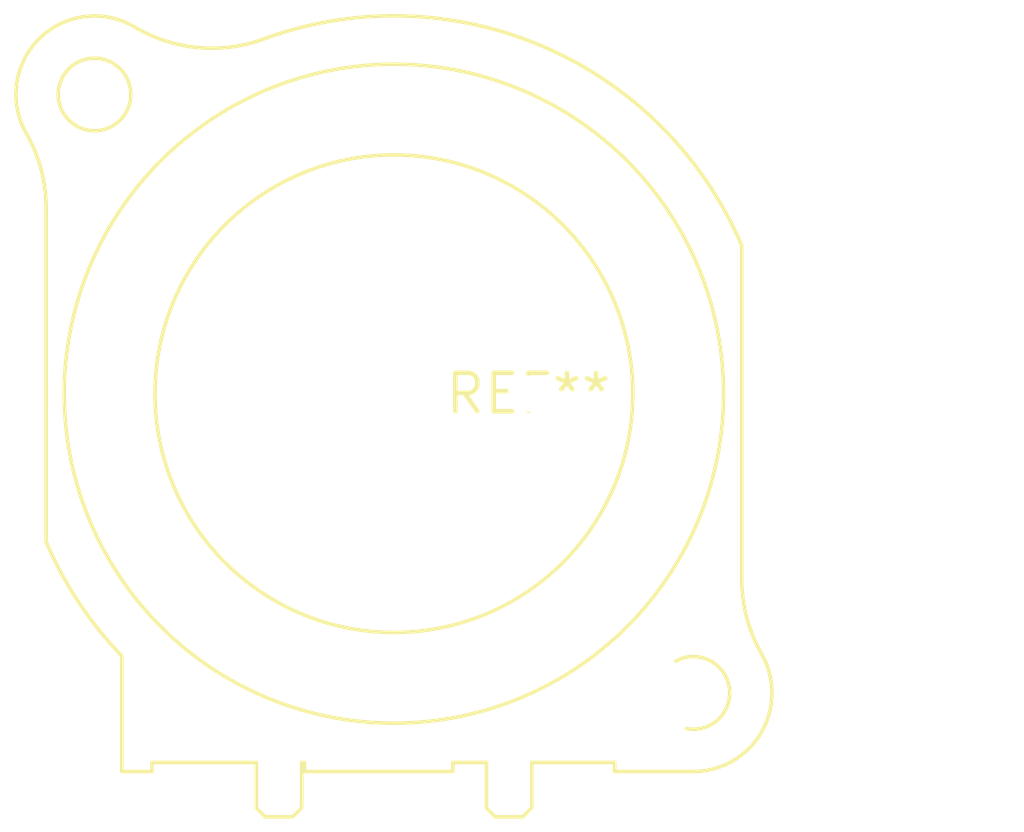
<source format=kicad_pcb>
(kicad_pcb (version 20240108) (generator pcbnew)
  (layers (0 "F.Cu" signal) (31 "B.Cu" signal) (34 "B.Paste" user) (35 "F.Paste" user) (36 "B.SilkS" user "B.Silkscreen") (37 "F.SilkS" user "F.Silkscreen") (38 "B.Mask" user) (39 "F.Mask" user) (44 "Edge.Cuts" user))
  (net 0 "")
  (footprint "Jack_XLR_Neutrik_NC4FAV_Vertical" (layer "F.Cu") (at 0 0)
    (property "Reference" "REF**")
    (property "Value" "Jack_XLR_Neutrik_NC4FAV_Vertical")
    (fp_line (start -15.95 -6.13) (end -15.95 4.9) (layer "F.SilkS") (stroke (width 0.12)))
    (fp_line (start -13.45 8.68) (end -13.45 12.5) (layer "F.SilkS") (stroke (width 0.12)))
    (fp_line (start -12.45 12.2) (end -12.45 12.5) (layer "F.SilkS") (stroke (width 0.12)))
    (fp_line (start -12.45 12.5) (end -13.45 12.5) (layer "F.SilkS") (stroke (width 0.12)))
    (fp_line (start -9 12.2) (end -12.45 12.2) (layer "F.SilkS") (stroke (width 0.12)))
    (fp_line (start -9 12.2) (end -9 13.7) (layer "F.SilkS") (stroke (width 0.12)))
    (fp_line (start -9 13.7) (end -8.71 14) (layer "F.SilkS") (stroke (width 0.12)))
    (fp_line (start -8.71 14) (end -7.81 14) (layer "F.SilkS") (stroke (width 0.12)))
    (fp_line (start -7.5 12.2) (end -7.5 13.7) (layer "F.SilkS") (stroke (width 0.12)))
    (fp_line (start -7.5 13.7) (end -7.81 14) (layer "F.SilkS") (stroke (width 0.12)))
    (fp_line (start -7.41 12.2) (end -7.5 12.2) (layer "F.SilkS") (stroke (width 0.12)))
    (fp_line (start -7.41 12.2) (end -7.41 12.5) (layer "F.SilkS") (stroke (width 0.12)))
    (fp_line (start -2.5 12.2) (end -2.5 12.5) (layer "F.SilkS") (stroke (width 0.12)))
    (fp_line (start -2.5 12.2) (end -1.39 12.2) (layer "F.SilkS") (stroke (width 0.12)))
    (fp_line (start -2.5 12.5) (end -7.41 12.5) (layer "F.SilkS") (stroke (width 0.12)))
    (fp_line (start -1.39 12.2) (end -1.39 13.7) (layer "F.SilkS") (stroke (width 0.12)))
    (fp_line (start -1.39 13.7) (end -1.1 14) (layer "F.SilkS") (stroke (width 0.12)))
    (fp_line (start -1.1 14) (end -0.19 14) (layer "F.SilkS") (stroke (width 0.12)))
    (fp_line (start 0.11 12.2) (end 0.11 13.7) (layer "F.SilkS") (stroke (width 0.12)))
    (fp_line (start 0.11 12.2) (end 2.85 12.2) (layer "F.SilkS") (stroke (width 0.12)))
    (fp_line (start 0.11 13.7) (end -0.19 14) (layer "F.SilkS") (stroke (width 0.12)))
    (fp_line (start 2.85 12.2) (end 2.85 12.5) (layer "F.SilkS") (stroke (width 0.12)))
    (fp_line (start 5.45 12.5) (end 2.85 12.5) (layer "F.SilkS") (stroke (width 0.12)))
    (fp_line (start 7.05 6.13) (end 7.05 -4.9) (layer "F.SilkS") (stroke (width 0.12)))
    (fp_arc (start -16.605678 -8.61403) (mid -16.167892 -11.753934) (end -13.02 -12.13) (layer "F.SilkS") (stroke (width 0.12)))
    (fp_arc (start -16.601888 -8.608607) (mid -16.114437 -7.411781) (end -15.95 -6.13) (layer "F.SilkS") (stroke (width 0.12)))
    (fp_arc (start -13.460471 8.664376) (mid -14.876528 6.89547) (end -15.95 4.9) (layer "F.SilkS") (stroke (width 0.12)))
    (fp_arc (start -8.782378 -11.725634) (mid 0.49884 -11.479067) (end 7.05 -4.9) (layer "F.SilkS") (stroke (width 0.12)))
    (fp_arc (start -8.765808 -11.730188) (mid -10.937772 -11.452682) (end -13.02 -12.13) (layer "F.SilkS") (stroke (width 0.12)))
    (fp_arc (start 4.867701 8.848226) (mid 6.637502 9.712546) (end 5.22 11.08) (layer "F.SilkS") (stroke (width 0.12)))
    (fp_arc (start 7.706842 8.607293) (mid 7.216999 7.411447) (end 7.05 6.13) (layer "F.SilkS") (stroke (width 0.12)))
    (fp_arc (start 7.708442 8.611807) (mid 7.698255 11.20589) (end 5.45 12.5) (layer "F.SilkS") (stroke (width 0.12)))
    (fp_circle (center -14.35 -9.9) (end -13.15 -9.9) (layer "F.SilkS") (stroke (width 0.12)) (fill none))
    (fp_circle (center -4.45 0) (end 3.45 0) (layer "F.SilkS") (stroke (width 0.12)) (fill none))
    (fp_circle (center -4.45 0) (end 6.45 0) (layer "F.SilkS") (stroke (width 0.12)) (fill none))
    (pad "1" thru_hole circle (at 0 0) (size 2.9 2.9) (drill 1.2) (layers *.Cu *.Mask) (remove_unused_layers))
    (pad "2" thru_hole circle (at -1.91 3.81) (size 2.9 2.9) (drill 1.2) (layers *.Cu *.Mask) (remove_unused_layers))
    (pad "3" thru_hole circle (at -6.355 2.54) (size 3.4 3.4) (drill 1.6) (layers *.Cu *.Mask) (remove_unused_layers))
    (pad "4" thru_hole circle (at -8.9 -1.27) (size 2.9 2.9) (drill 1.2) (layers *.Cu *.Mask) (remove_unused_layers))
    (pad "G" thru_hole circle (at 3.805 10.16) (size 2.9 2.9) (drill 1.2) (layers *.Cu *.Mask) (remove_unused_layers))
  )
)
</source>
